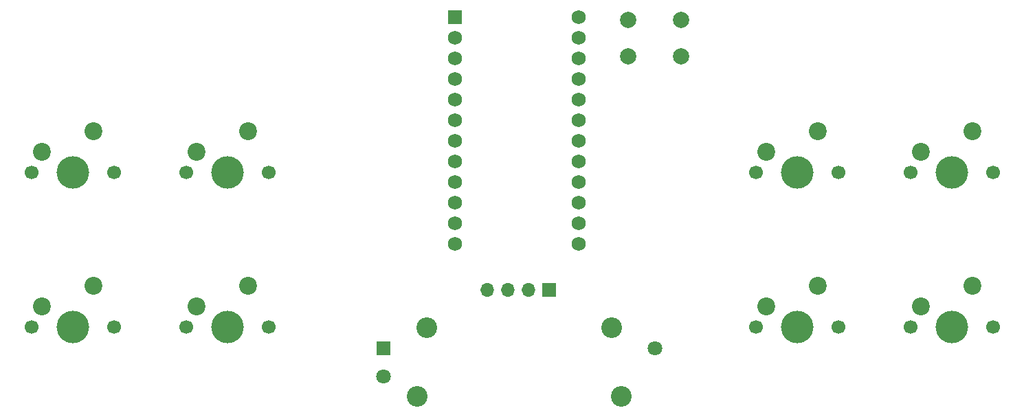
<source format=gbr>
%TF.GenerationSoftware,KiCad,Pcbnew,(7.0.0)*%
%TF.CreationDate,2023-07-30T22:41:47-07:00*%
%TF.ProjectId,macropad-V3,6d616372-6f70-4616-942d-56332e6b6963,rev?*%
%TF.SameCoordinates,Original*%
%TF.FileFunction,Soldermask,Bot*%
%TF.FilePolarity,Negative*%
%FSLAX46Y46*%
G04 Gerber Fmt 4.6, Leading zero omitted, Abs format (unit mm)*
G04 Created by KiCad (PCBNEW (7.0.0)) date 2023-07-30 22:41:47*
%MOMM*%
%LPD*%
G01*
G04 APERTURE LIST*
%ADD10C,1.700000*%
%ADD11C,4.000000*%
%ADD12C,2.200000*%
%ADD13C,2.000000*%
%ADD14R,1.752600X1.752600*%
%ADD15C,1.752600*%
%ADD16R,1.700000X1.700000*%
%ADD17O,1.700000X1.700000*%
%ADD18R,1.800000X1.800000*%
%ADD19C,1.800000*%
%ADD20C,2.550000*%
G04 APERTURE END LIST*
D10*
%TO.C,MX7*%
X188468000Y-72898000D03*
D11*
X193548000Y-72898000D03*
D10*
X198628000Y-72898000D03*
D12*
X196088000Y-67818000D03*
X189738000Y-70358000D03*
%TD*%
D10*
%TO.C,MX2*%
X80137000Y-91948000D03*
D11*
X85217000Y-91948000D03*
D10*
X90297000Y-91948000D03*
D12*
X87757000Y-86868000D03*
X81407000Y-89408000D03*
%TD*%
D13*
%TO.C,SW1*%
X153670000Y-54102000D03*
X160170000Y-54102000D03*
X153670000Y-58602000D03*
X160170000Y-58602000D03*
%TD*%
D10*
%TO.C,MX6*%
X169418000Y-91948000D03*
D11*
X174498000Y-91948000D03*
D10*
X179578000Y-91948000D03*
D12*
X177038000Y-86868000D03*
X170688000Y-89408000D03*
%TD*%
D10*
%TO.C,MX4*%
X99187000Y-91948000D03*
D11*
X104267000Y-91948000D03*
D10*
X109347000Y-91948000D03*
D12*
X106807000Y-86868000D03*
X100457000Y-89408000D03*
%TD*%
D10*
%TO.C,MX5*%
X169418000Y-72898000D03*
D11*
X174498000Y-72898000D03*
D10*
X179578000Y-72898000D03*
D12*
X177038000Y-67818000D03*
X170688000Y-70358000D03*
%TD*%
D14*
%TO.C,U1*%
X132333999Y-53720999D03*
D15*
X132334000Y-56261000D03*
X132334000Y-58801000D03*
X132334000Y-61341000D03*
X132334000Y-63881000D03*
X132334000Y-66421000D03*
X132334000Y-68961000D03*
X132334000Y-71501000D03*
X132334000Y-74041000D03*
X132334000Y-76581000D03*
X132334000Y-79121000D03*
X132334000Y-81661000D03*
X147574000Y-81661000D03*
X147574000Y-79121000D03*
X147574000Y-76581000D03*
X147574000Y-74041000D03*
X147574000Y-71501000D03*
X147574000Y-68961000D03*
X147574000Y-66421000D03*
X147574000Y-63881000D03*
X147574000Y-61341000D03*
X147574000Y-58801000D03*
X147574000Y-56261000D03*
X147574000Y-53721000D03*
%TD*%
D10*
%TO.C,MX8*%
X188468000Y-91948000D03*
D11*
X193548000Y-91948000D03*
D10*
X198628000Y-91948000D03*
D12*
X196088000Y-86868000D03*
X189738000Y-89408000D03*
%TD*%
D16*
%TO.C,128x32oLed1*%
X143902999Y-87337999D03*
D17*
X141362999Y-87337999D03*
X138822999Y-87337999D03*
X136282999Y-87337999D03*
%TD*%
D10*
%TO.C,MX1*%
X80137000Y-72898000D03*
D11*
X85217000Y-72898000D03*
D10*
X90297000Y-72898000D03*
D12*
X87757000Y-67818000D03*
X81407000Y-70358000D03*
%TD*%
D10*
%TO.C,MX3*%
X99187000Y-72898000D03*
D11*
X104267000Y-72898000D03*
D10*
X109347000Y-72898000D03*
D12*
X106807000Y-67818000D03*
X100457000Y-70358000D03*
%TD*%
D18*
%TO.C,R1*%
X123503499Y-94515999D03*
D19*
X123503500Y-98016000D03*
X157003500Y-94516000D03*
D20*
X128853500Y-92016000D03*
X127653500Y-100516000D03*
X151653500Y-92016000D03*
X152853500Y-100516000D03*
%TD*%
M02*

</source>
